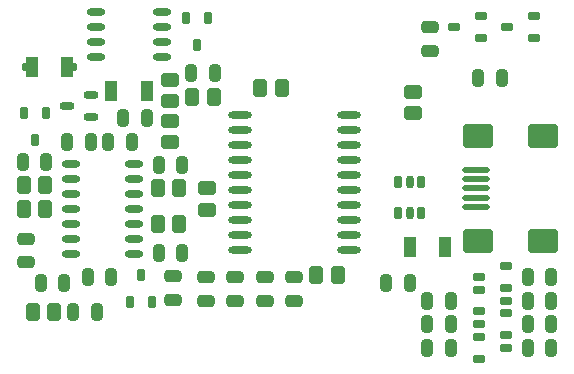
<source format=gtp>
%FSLAX44Y44*%
%MOMM*%
G71*
G01*
G75*
G04 Layer_Color=8421504*
G04:AMPARAMS|DCode=10|XSize=1.05mm|YSize=0.65mm|CornerRadius=0.2015mm|HoleSize=0mm|Usage=FLASHONLY|Rotation=180.000|XOffset=0mm|YOffset=0mm|HoleType=Round|Shape=RoundedRectangle|*
%AMROUNDEDRECTD10*
21,1,1.0500,0.2470,0,0,180.0*
21,1,0.6470,0.6500,0,0,180.0*
1,1,0.4030,-0.3235,0.1235*
1,1,0.4030,0.3235,0.1235*
1,1,0.4030,0.3235,-0.1235*
1,1,0.4030,-0.3235,-0.1235*
%
%ADD10ROUNDEDRECTD10*%
G04:AMPARAMS|DCode=11|XSize=1.45mm|YSize=0.95mm|CornerRadius=0.1995mm|HoleSize=0mm|Usage=FLASHONLY|Rotation=90.000|XOffset=0mm|YOffset=0mm|HoleType=Round|Shape=RoundedRectangle|*
%AMROUNDEDRECTD11*
21,1,1.4500,0.5510,0,0,90.0*
21,1,1.0510,0.9500,0,0,90.0*
1,1,0.3990,0.2755,0.5255*
1,1,0.3990,0.2755,-0.5255*
1,1,0.3990,-0.2755,-0.5255*
1,1,0.3990,-0.2755,0.5255*
%
%ADD11ROUNDEDRECTD11*%
G04:AMPARAMS|DCode=12|XSize=1.45mm|YSize=1.15mm|CornerRadius=0.2013mm|HoleSize=0mm|Usage=FLASHONLY|Rotation=270.000|XOffset=0mm|YOffset=0mm|HoleType=Round|Shape=RoundedRectangle|*
%AMROUNDEDRECTD12*
21,1,1.4500,0.7475,0,0,270.0*
21,1,1.0475,1.1500,0,0,270.0*
1,1,0.4025,-0.3738,-0.5238*
1,1,0.4025,-0.3738,0.5238*
1,1,0.4025,0.3738,0.5238*
1,1,0.4025,0.3738,-0.5238*
%
%ADD12ROUNDEDRECTD12*%
G04:AMPARAMS|DCode=13|XSize=1.45mm|YSize=0.95mm|CornerRadius=0.1995mm|HoleSize=0mm|Usage=FLASHONLY|Rotation=0.000|XOffset=0mm|YOffset=0mm|HoleType=Round|Shape=RoundedRectangle|*
%AMROUNDEDRECTD13*
21,1,1.4500,0.5510,0,0,0.0*
21,1,1.0510,0.9500,0,0,0.0*
1,1,0.3990,0.5255,-0.2755*
1,1,0.3990,-0.5255,-0.2755*
1,1,0.3990,-0.5255,0.2755*
1,1,0.3990,0.5255,0.2755*
%
%ADD13ROUNDEDRECTD13*%
G04:AMPARAMS|DCode=14|XSize=1.1mm|YSize=0.7mm|CornerRadius=0.2345mm|HoleSize=0mm|Usage=FLASHONLY|Rotation=270.000|XOffset=0mm|YOffset=0mm|HoleType=Round|Shape=RoundedRectangle|*
%AMROUNDEDRECTD14*
21,1,1.1000,0.2310,0,0,270.0*
21,1,0.6310,0.7000,0,0,270.0*
1,1,0.4690,-0.1155,-0.3155*
1,1,0.4690,-0.1155,0.3155*
1,1,0.4690,0.1155,0.3155*
1,1,0.4690,0.1155,-0.3155*
%
%ADD14ROUNDEDRECTD14*%
G04:AMPARAMS|DCode=15|XSize=1.1mm|YSize=0.6mm|CornerRadius=0.201mm|HoleSize=0mm|Usage=FLASHONLY|Rotation=270.000|XOffset=0mm|YOffset=0mm|HoleType=Round|Shape=RoundedRectangle|*
%AMROUNDEDRECTD15*
21,1,1.1000,0.1980,0,0,270.0*
21,1,0.6980,0.6000,0,0,270.0*
1,1,0.4020,-0.0990,-0.3490*
1,1,0.4020,-0.0990,0.3490*
1,1,0.4020,0.0990,0.3490*
1,1,0.4020,0.0990,-0.3490*
%
%ADD15ROUNDEDRECTD15*%
G04:AMPARAMS|DCode=16|XSize=2.3mm|YSize=0.5mm|CornerRadius=0.2mm|HoleSize=0mm|Usage=FLASHONLY|Rotation=180.000|XOffset=0mm|YOffset=0mm|HoleType=Round|Shape=RoundedRectangle|*
%AMROUNDEDRECTD16*
21,1,2.3000,0.1000,0,0,180.0*
21,1,1.9000,0.5000,0,0,180.0*
1,1,0.4000,-0.9500,0.0500*
1,1,0.4000,0.9500,0.0500*
1,1,0.4000,0.9500,-0.0500*
1,1,0.4000,-0.9500,-0.0500*
%
%ADD16ROUNDEDRECTD16*%
G04:AMPARAMS|DCode=17|XSize=2.5mm|YSize=2mm|CornerRadius=0.2mm|HoleSize=0mm|Usage=FLASHONLY|Rotation=180.000|XOffset=0mm|YOffset=0mm|HoleType=Round|Shape=RoundedRectangle|*
%AMROUNDEDRECTD17*
21,1,2.5000,1.6000,0,0,180.0*
21,1,2.1000,2.0000,0,0,180.0*
1,1,0.4000,-1.0500,0.8000*
1,1,0.4000,1.0500,0.8000*
1,1,0.4000,1.0500,-0.8000*
1,1,0.4000,-1.0500,-0.8000*
%
%ADD17ROUNDEDRECTD17*%
G04:AMPARAMS|DCode=18|XSize=1.45mm|YSize=1.15mm|CornerRadius=0.2013mm|HoleSize=0mm|Usage=FLASHONLY|Rotation=0.000|XOffset=0mm|YOffset=0mm|HoleType=Round|Shape=RoundedRectangle|*
%AMROUNDEDRECTD18*
21,1,1.4500,0.7475,0,0,0.0*
21,1,1.0475,1.1500,0,0,0.0*
1,1,0.4025,0.5238,-0.3738*
1,1,0.4025,-0.5238,-0.3738*
1,1,0.4025,-0.5238,0.3738*
1,1,0.4025,0.5238,0.3738*
%
%ADD18ROUNDEDRECTD18*%
G04:AMPARAMS|DCode=19|XSize=1.75mm|YSize=1.05mm|CornerRadius=0.1995mm|HoleSize=0mm|Usage=FLASHONLY|Rotation=270.000|XOffset=0mm|YOffset=0mm|HoleType=Round|Shape=RoundedRectangle|*
%AMROUNDEDRECTD19*
21,1,1.7500,0.6510,0,0,270.0*
21,1,1.3510,1.0500,0,0,270.0*
1,1,0.3990,-0.3255,-0.6755*
1,1,0.3990,-0.3255,0.6755*
1,1,0.3990,0.3255,0.6755*
1,1,0.3990,0.3255,-0.6755*
%
%ADD19ROUNDEDRECTD19*%
G04:AMPARAMS|DCode=20|XSize=1.05mm|YSize=0.65mm|CornerRadius=0.2015mm|HoleSize=0mm|Usage=FLASHONLY|Rotation=90.000|XOffset=0mm|YOffset=0mm|HoleType=Round|Shape=RoundedRectangle|*
%AMROUNDEDRECTD20*
21,1,1.0500,0.2470,0,0,90.0*
21,1,0.6470,0.6500,0,0,90.0*
1,1,0.4030,0.1235,0.3235*
1,1,0.4030,0.1235,-0.3235*
1,1,0.4030,-0.1235,-0.3235*
1,1,0.4030,-0.1235,0.3235*
%
%ADD20ROUNDEDRECTD20*%
%ADD21O,1.5500X0.6000*%
G04:AMPARAMS|DCode=22|XSize=1.25mm|YSize=0.6mm|CornerRadius=0.201mm|HoleSize=0mm|Usage=FLASHONLY|Rotation=180.000|XOffset=0mm|YOffset=0mm|HoleType=Round|Shape=RoundedRectangle|*
%AMROUNDEDRECTD22*
21,1,1.2500,0.1980,0,0,180.0*
21,1,0.8480,0.6000,0,0,180.0*
1,1,0.4020,-0.4240,0.0990*
1,1,0.4020,0.4240,0.0990*
1,1,0.4020,0.4240,-0.0990*
1,1,0.4020,-0.4240,-0.0990*
%
%ADD22ROUNDEDRECTD22*%
G04:AMPARAMS|DCode=23|XSize=1mm|YSize=0.75mm|CornerRadius=0.1988mm|HoleSize=0mm|Usage=FLASHONLY|Rotation=180.000|XOffset=0mm|YOffset=0mm|HoleType=Round|Shape=RoundedRectangle|*
%AMROUNDEDRECTD23*
21,1,1.0000,0.3525,0,0,180.0*
21,1,0.6025,0.7500,0,0,180.0*
1,1,0.3975,-0.3013,0.1762*
1,1,0.3975,0.3013,0.1762*
1,1,0.3975,0.3013,-0.1762*
1,1,0.3975,-0.3013,-0.1762*
%
%ADD23ROUNDEDRECTD23*%
%ADD24O,2.0000X0.6000*%
%ADD25C,0.5000*%
%ADD26C,0.2500*%
%ADD27C,0.4000*%
%ADD28C,0.3000*%
%ADD29C,2.8000*%
%ADD30C,0.5000*%
%ADD31C,1.8500*%
G04:AMPARAMS|DCode=32|XSize=1.85mm|YSize=1.85mm|CornerRadius=0.2035mm|HoleSize=0mm|Usage=FLASHONLY|Rotation=0.000|XOffset=0mm|YOffset=0mm|HoleType=Round|Shape=RoundedRectangle|*
%AMROUNDEDRECTD32*
21,1,1.8500,1.4430,0,0,0.0*
21,1,1.4430,1.8500,0,0,0.0*
1,1,0.4070,0.7215,-0.7215*
1,1,0.4070,-0.7215,-0.7215*
1,1,0.4070,-0.7215,0.7215*
1,1,0.4070,0.7215,0.7215*
%
%ADD32ROUNDEDRECTD32*%
%ADD33C,2.6500*%
%ADD34C,1.3000*%
%ADD35R,1.3000X1.3000*%
%ADD36C,1.0000*%
%ADD37C,0.1500*%
%ADD38C,0.2000*%
%ADD39C,0.1000*%
D10*
X467500Y296500D02*
D03*
X490500Y305700D02*
D03*
Y287300D02*
D03*
X422500Y296500D02*
D03*
X445500Y305700D02*
D03*
Y287300D02*
D03*
X443500Y74200D02*
D03*
Y55800D02*
D03*
X466500Y65000D02*
D03*
X443500Y34200D02*
D03*
Y15800D02*
D03*
X466500Y25000D02*
D03*
Y75800D02*
D03*
Y94200D02*
D03*
X443500Y85000D02*
D03*
X466500Y35800D02*
D03*
Y54200D02*
D03*
X443500Y45000D02*
D03*
D11*
X443000Y253500D02*
D03*
X463000D02*
D03*
X505000Y85000D02*
D03*
X485000D02*
D03*
X505000Y65000D02*
D03*
X485000D02*
D03*
X505000Y45000D02*
D03*
X485000D02*
D03*
X505000Y25000D02*
D03*
X485000D02*
D03*
X100000Y55000D02*
D03*
X120000D02*
D03*
X72500Y80000D02*
D03*
X92500D02*
D03*
X132500Y85000D02*
D03*
X112500D02*
D03*
X95000Y199000D02*
D03*
X115000D02*
D03*
X192500Y180000D02*
D03*
X172500D02*
D03*
X192500Y105000D02*
D03*
X172500D02*
D03*
X57500Y182500D02*
D03*
X77500D02*
D03*
X150000Y199000D02*
D03*
X130000D02*
D03*
X200000Y257500D02*
D03*
X220000D02*
D03*
X385000Y80000D02*
D03*
X365000D02*
D03*
X420000Y65000D02*
D03*
X400000D02*
D03*
X420000Y45000D02*
D03*
X400000D02*
D03*
X420000Y25000D02*
D03*
X400000D02*
D03*
X162500Y220000D02*
D03*
X142500D02*
D03*
D12*
X306000Y87000D02*
D03*
X324000D02*
D03*
X84000Y55000D02*
D03*
X66000D02*
D03*
X172000Y160000D02*
D03*
X190000D02*
D03*
X172000Y130000D02*
D03*
X190000D02*
D03*
X76500Y162500D02*
D03*
X58500D02*
D03*
X76500Y142500D02*
D03*
X58500D02*
D03*
X258500Y245000D02*
D03*
X276500D02*
D03*
X219000Y237500D02*
D03*
X201000D02*
D03*
D13*
X402000Y296500D02*
D03*
Y276500D02*
D03*
X212500Y65000D02*
D03*
Y85000D02*
D03*
X60000Y117500D02*
D03*
Y97500D02*
D03*
X237500Y65000D02*
D03*
Y85000D02*
D03*
X262500Y65000D02*
D03*
Y85000D02*
D03*
X287500Y65000D02*
D03*
Y85000D02*
D03*
X185000Y85500D02*
D03*
Y65500D02*
D03*
D14*
X394500Y139500D02*
D03*
X375500D02*
D03*
Y165500D02*
D03*
X394500D02*
D03*
D15*
X385000Y139500D02*
D03*
Y165500D02*
D03*
D16*
X441500Y144000D02*
D03*
Y152000D02*
D03*
Y160000D02*
D03*
Y168000D02*
D03*
Y176000D02*
D03*
D17*
X442500Y204500D02*
D03*
X497500D02*
D03*
Y115500D02*
D03*
X442500D02*
D03*
D18*
X387500Y241500D02*
D03*
Y223500D02*
D03*
X182500Y252000D02*
D03*
Y234000D02*
D03*
Y217000D02*
D03*
Y199000D02*
D03*
X213500Y160000D02*
D03*
Y142000D02*
D03*
D19*
X385000Y110000D02*
D03*
X415000D02*
D03*
X65000Y262500D02*
D03*
X95000D02*
D03*
X132500Y242500D02*
D03*
X162500D02*
D03*
D20*
X148300Y63500D02*
D03*
X166700D02*
D03*
X157500Y86500D02*
D03*
X76700Y224000D02*
D03*
X58300D02*
D03*
X67500Y201000D02*
D03*
X214500Y304000D02*
D03*
X195500D02*
D03*
X205000Y281000D02*
D03*
D21*
X119500Y270950D02*
D03*
Y283650D02*
D03*
Y296350D02*
D03*
Y309050D02*
D03*
X175500D02*
D03*
Y296350D02*
D03*
Y283650D02*
D03*
Y270950D02*
D03*
X98000Y180600D02*
D03*
Y167900D02*
D03*
Y155200D02*
D03*
Y142500D02*
D03*
Y129800D02*
D03*
Y117100D02*
D03*
Y104400D02*
D03*
X152000D02*
D03*
Y117100D02*
D03*
Y129800D02*
D03*
Y142500D02*
D03*
Y155200D02*
D03*
Y167900D02*
D03*
Y180600D02*
D03*
D22*
X95000Y230000D02*
D03*
X115000Y239500D02*
D03*
Y220500D02*
D03*
D23*
X62000Y262500D02*
D03*
X98000D02*
D03*
D24*
X334000Y222150D02*
D03*
Y209450D02*
D03*
Y196750D02*
D03*
Y184050D02*
D03*
Y171350D02*
D03*
Y158650D02*
D03*
Y145950D02*
D03*
Y133250D02*
D03*
Y120550D02*
D03*
Y107850D02*
D03*
X241000D02*
D03*
Y120550D02*
D03*
Y133250D02*
D03*
Y145950D02*
D03*
Y158650D02*
D03*
Y171350D02*
D03*
Y184050D02*
D03*
Y196750D02*
D03*
Y209450D02*
D03*
Y222150D02*
D03*
M02*

</source>
